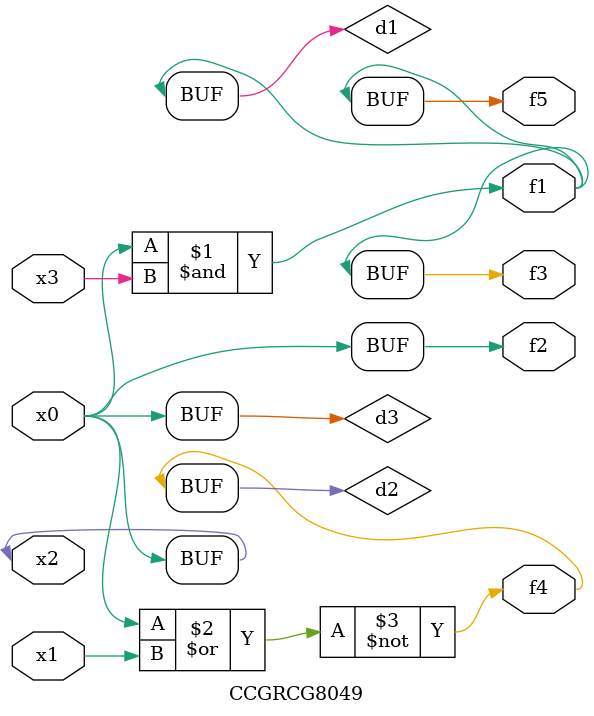
<source format=v>
module CCGRCG8049(
	input x0, x1, x2, x3,
	output f1, f2, f3, f4, f5
);

	wire d1, d2, d3;

	and (d1, x2, x3);
	nor (d2, x0, x1);
	buf (d3, x0, x2);
	assign f1 = d1;
	assign f2 = d3;
	assign f3 = d1;
	assign f4 = d2;
	assign f5 = d1;
endmodule

</source>
